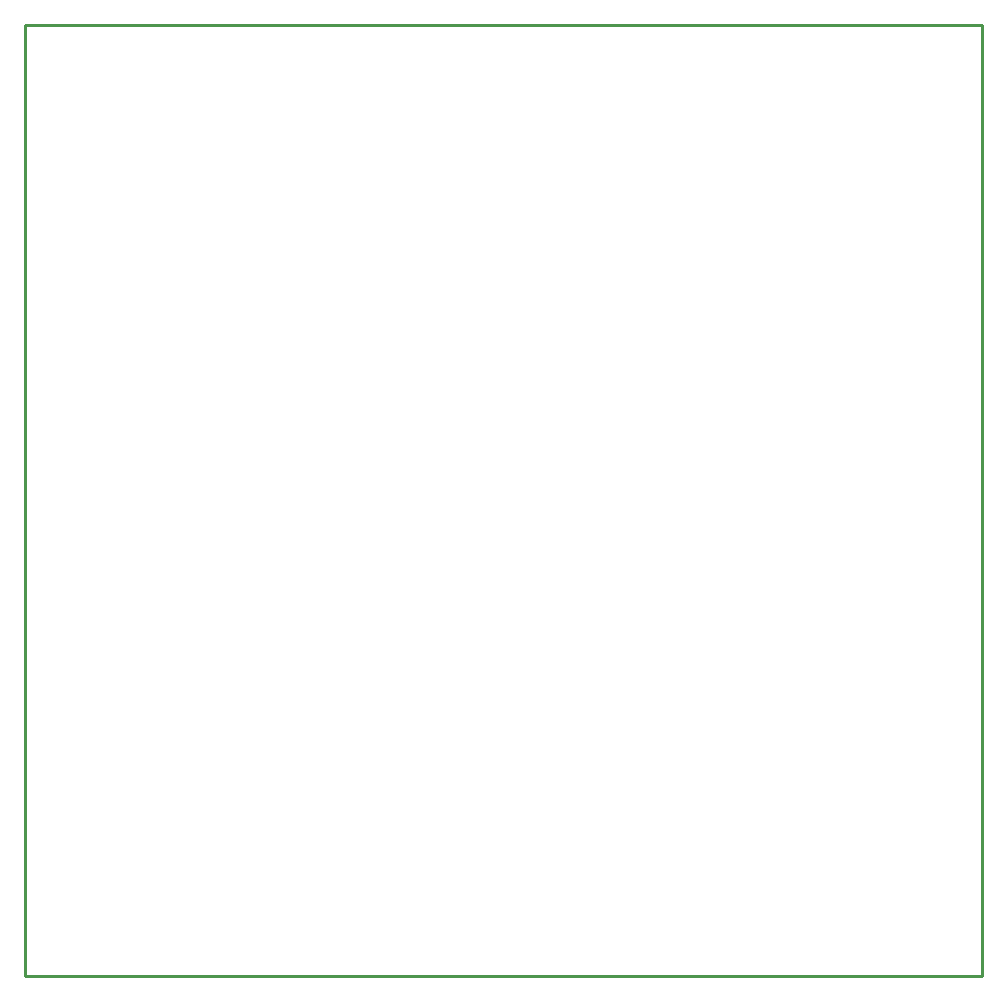
<source format=gm1>
%FSLAX25Y25*%
%MOIN*%
G70*
G01*
G75*
G04 Layer_Color=16711935*
%ADD10R,0.07087X0.04921*%
%ADD11R,0.03937X0.02362*%
%ADD12R,0.05315X0.03150*%
%ADD13R,0.11811X0.07874*%
%ADD14R,0.05118X0.13780*%
%ADD15R,0.03543X0.13189*%
%ADD16R,0.04134X0.12205*%
%ADD17R,0.02165X0.12205*%
%ADD18R,0.03937X0.11811*%
%ADD19R,0.02756X0.11811*%
%ADD20R,0.01772X0.06693*%
%ADD21R,0.13189X0.03543*%
%ADD22R,0.13780X0.05118*%
%ADD23R,0.12205X0.04134*%
%ADD24R,0.12205X0.02165*%
%ADD25R,0.06890X0.05709*%
%ADD26R,0.01181X0.02953*%
%ADD27R,0.04000X0.04400*%
%ADD28C,0.02500*%
%ADD29C,0.02000*%
%ADD30C,0.01000*%
%ADD31C,0.01200*%
%ADD32C,0.01969*%
%ADD33C,0.01181*%
%ADD34C,0.00787*%
%ADD35R,0.01969X0.01575*%
%ADD36R,0.02000X0.02000*%
%ADD37R,0.01969X0.01969*%
%ADD38R,0.01870X0.01969*%
%ADD39R,0.01083X0.01083*%
%ADD40R,0.01969X0.01969*%
%ADD41R,0.29528X0.26378*%
%ADD42R,0.27559X0.19685*%
%ADD43R,0.07887X0.05721*%
%ADD44R,0.04737X0.03162*%
%ADD45R,0.06115X0.03950*%
%ADD46R,0.12611X0.08674*%
%ADD47R,0.05918X0.14579*%
%ADD48R,0.04343X0.13989*%
%ADD49R,0.04934X0.13005*%
%ADD50R,0.02965X0.13005*%
%ADD51R,0.04737X0.12611*%
%ADD52R,0.03556X0.12611*%
%ADD53R,0.02572X0.07493*%
%ADD54R,0.13989X0.04343*%
%ADD55R,0.14579X0.05918*%
%ADD56R,0.13005X0.04934*%
%ADD57R,0.13005X0.02965*%
%ADD58R,0.07690X0.06509*%
%ADD59R,0.01981X0.03753*%
%ADD60R,0.04800X0.05200*%
%ADD61R,0.00800X0.00800*%
D30*
X187008Y188976D02*
X505905D01*
Y505905D01*
X187008D02*
X505905D01*
X187008Y188976D02*
Y505905D01*
M02*

</source>
